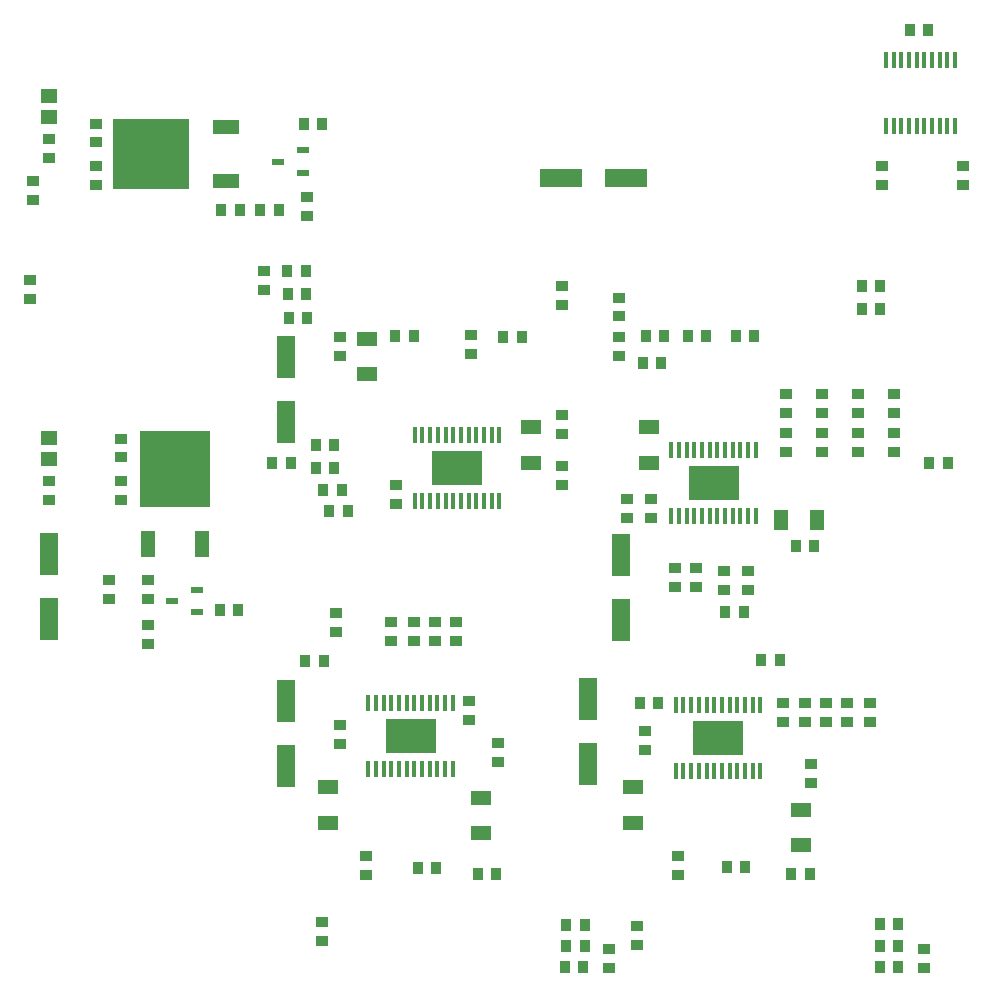
<source format=gtp>
G04 (created by PCBNEW (2013-05-18 BZR 4017)-stable) date Thu 09 Jul 2015 13:03:17 BST*
%MOIN*%
G04 Gerber Fmt 3.4, Leading zero omitted, Abs format*
%FSLAX34Y34*%
G01*
G70*
G90*
G04 APERTURE LIST*
%ADD10C,0.00590551*%
%ADD11R,0.0906X0.0512*%
%ADD12R,0.2559X0.2323*%
%ADD13R,0.0165X0.0579*%
%ADD14R,0.0394X0.0236*%
%ADD15R,0.0709X0.0453*%
%ADD16R,0.0374X0.0394*%
%ADD17R,0.0394X0.0374*%
%ADD18R,0.0512X0.0906*%
%ADD19R,0.2323X0.2559*%
%ADD20R,0.1417X0.063*%
%ADD21R,0.063X0.1417*%
%ADD22R,0.0571X0.0453*%
%ADD23R,0.1701X0.1181*%
%ADD24R,0.0453X0.0709*%
G04 APERTURE END LIST*
G54D10*
G54D11*
X41500Y-26400D03*
G54D12*
X39000Y-25500D03*
G54D11*
X41500Y-24600D03*
G54D13*
X64522Y-24552D03*
X64778Y-24552D03*
X65034Y-24552D03*
X65290Y-24552D03*
X63758Y-22350D03*
X63754Y-24552D03*
X64010Y-24552D03*
X64266Y-24552D03*
X65546Y-22348D03*
X65290Y-22348D03*
X65034Y-22348D03*
X64778Y-22348D03*
X64522Y-22348D03*
X64266Y-22348D03*
X65546Y-24552D03*
X64010Y-22350D03*
X63498Y-24552D03*
X65802Y-24552D03*
X65802Y-22348D03*
X63498Y-22348D03*
G54D14*
X40516Y-40775D03*
X39684Y-40400D03*
X40516Y-40025D03*
X44066Y-26125D03*
X43234Y-25750D03*
X44066Y-25375D03*
G54D15*
X51650Y-34609D03*
X51650Y-35791D03*
X46200Y-32841D03*
X46200Y-31659D03*
X44900Y-46609D03*
X44900Y-47791D03*
X50000Y-46959D03*
X50000Y-48141D03*
G54D16*
X53415Y-52600D03*
X52785Y-52600D03*
X45365Y-36700D03*
X44735Y-36700D03*
X43535Y-29400D03*
X44165Y-29400D03*
X64285Y-21350D03*
X64915Y-21350D03*
X41965Y-27350D03*
X41335Y-27350D03*
G54D17*
X35600Y-25615D03*
X35600Y-24985D03*
X35600Y-37015D03*
X35600Y-36385D03*
X37150Y-25885D03*
X37150Y-26515D03*
X38000Y-36385D03*
X38000Y-37015D03*
X38900Y-41815D03*
X38900Y-41185D03*
X44200Y-26935D03*
X44200Y-27565D03*
G54D16*
X41285Y-40700D03*
X41915Y-40700D03*
G54D17*
X38900Y-40315D03*
X38900Y-39685D03*
X47750Y-41715D03*
X47750Y-41085D03*
X47000Y-41085D03*
X47000Y-41715D03*
X50550Y-45135D03*
X50550Y-45765D03*
X45300Y-31585D03*
X45300Y-32215D03*
G54D16*
X44935Y-37400D03*
X45565Y-37400D03*
X43265Y-27350D03*
X42635Y-27350D03*
X43585Y-30950D03*
X44215Y-30950D03*
X53465Y-51200D03*
X52835Y-51200D03*
G54D17*
X63350Y-26515D03*
X63350Y-25885D03*
X38000Y-34985D03*
X38000Y-35600D03*
X37150Y-24485D03*
X37150Y-25100D03*
G54D16*
X44165Y-30150D03*
X43550Y-30150D03*
X52835Y-51900D03*
X53450Y-51900D03*
G54D18*
X38900Y-38500D03*
G54D19*
X39800Y-36000D03*
G54D18*
X40700Y-38500D03*
G54D20*
X52667Y-26300D03*
X54833Y-26300D03*
G54D21*
X43500Y-34433D03*
X43500Y-32267D03*
X43500Y-45883D03*
X43500Y-43717D03*
X35600Y-38817D03*
X35600Y-40983D03*
G54D22*
X35600Y-24254D03*
X35600Y-23546D03*
X35600Y-35654D03*
X35600Y-34946D03*
G54D16*
X43665Y-35800D03*
X43035Y-35800D03*
G54D17*
X45300Y-44535D03*
X45300Y-45165D03*
X52700Y-36515D03*
X52700Y-35885D03*
G54D16*
X44765Y-42400D03*
X44135Y-42400D03*
G54D17*
X54250Y-52615D03*
X54250Y-51985D03*
X42750Y-29385D03*
X42750Y-30015D03*
X66050Y-26515D03*
X66050Y-25885D03*
X52700Y-34185D03*
X52700Y-34815D03*
X48450Y-41715D03*
X48450Y-41085D03*
X49150Y-41715D03*
X49150Y-41085D03*
X45150Y-41415D03*
X45150Y-40785D03*
G54D16*
X45115Y-35200D03*
X44485Y-35200D03*
X45115Y-35950D03*
X44485Y-35950D03*
X49885Y-49500D03*
X50515Y-49500D03*
X48515Y-49300D03*
X47885Y-49300D03*
G54D17*
X46150Y-49515D03*
X46150Y-48885D03*
X44700Y-51715D03*
X44700Y-51085D03*
G54D16*
X47765Y-31550D03*
X47135Y-31550D03*
G54D17*
X49650Y-32165D03*
X49650Y-31535D03*
G54D16*
X50735Y-31600D03*
X51365Y-31600D03*
G54D17*
X52700Y-30515D03*
X52700Y-29885D03*
X47150Y-36535D03*
X47150Y-37165D03*
X49600Y-44365D03*
X49600Y-43735D03*
X37600Y-39685D03*
X37600Y-40315D03*
G54D16*
X44715Y-24500D03*
X44085Y-24500D03*
G54D17*
X60150Y-35415D03*
X60150Y-34800D03*
X61350Y-35415D03*
X61350Y-34800D03*
X62550Y-35415D03*
X62550Y-34800D03*
X63750Y-35415D03*
X63750Y-34800D03*
X60150Y-34115D03*
X60150Y-33485D03*
X61350Y-34115D03*
X61350Y-33485D03*
X62550Y-34115D03*
X62550Y-33485D03*
X63750Y-34115D03*
X63750Y-33485D03*
X35050Y-27015D03*
X35050Y-26385D03*
X34950Y-29685D03*
X34950Y-30315D03*
G54D13*
X49072Y-37052D03*
X49328Y-37052D03*
X49584Y-37052D03*
X49840Y-37052D03*
X48308Y-34850D03*
X48304Y-37052D03*
X48560Y-37052D03*
X48816Y-37052D03*
X50096Y-34848D03*
X49840Y-34848D03*
X49584Y-34848D03*
X49328Y-34848D03*
X49072Y-34848D03*
X48816Y-34848D03*
X50096Y-37052D03*
X48560Y-34850D03*
X48048Y-37052D03*
X50352Y-37052D03*
X50352Y-34848D03*
X48048Y-34848D03*
X47793Y-37052D03*
X50607Y-37052D03*
X50607Y-34848D03*
X47793Y-34848D03*
G54D23*
X49200Y-35950D03*
G54D13*
X47778Y-43798D03*
X47522Y-43798D03*
X47266Y-43798D03*
X47010Y-43798D03*
X48542Y-46000D03*
X48546Y-43798D03*
X48290Y-43798D03*
X48034Y-43798D03*
X46754Y-46002D03*
X47010Y-46002D03*
X47266Y-46002D03*
X47522Y-46002D03*
X47778Y-46002D03*
X48034Y-46002D03*
X46754Y-43798D03*
X48290Y-46000D03*
X48802Y-43798D03*
X46498Y-43798D03*
X46498Y-46002D03*
X48802Y-46002D03*
X49057Y-43798D03*
X46243Y-43798D03*
X46243Y-46002D03*
X49057Y-46002D03*
G54D23*
X47650Y-44900D03*
G54D13*
X58028Y-43848D03*
X57772Y-43848D03*
X57516Y-43848D03*
X57260Y-43848D03*
X58792Y-46050D03*
X58796Y-43848D03*
X58540Y-43848D03*
X58284Y-43848D03*
X57004Y-46052D03*
X57260Y-46052D03*
X57516Y-46052D03*
X57772Y-46052D03*
X58028Y-46052D03*
X58284Y-46052D03*
X57004Y-43848D03*
X58540Y-46050D03*
X59052Y-43848D03*
X56748Y-43848D03*
X56748Y-46052D03*
X59052Y-46052D03*
X59307Y-43848D03*
X56493Y-43848D03*
X56493Y-46052D03*
X59307Y-46052D03*
G54D23*
X57900Y-44950D03*
G54D13*
X57622Y-37552D03*
X57878Y-37552D03*
X58134Y-37552D03*
X58390Y-37552D03*
X56858Y-35350D03*
X56854Y-37552D03*
X57110Y-37552D03*
X57366Y-37552D03*
X58646Y-35348D03*
X58390Y-35348D03*
X58134Y-35348D03*
X57878Y-35348D03*
X57622Y-35348D03*
X57366Y-35348D03*
X58646Y-37552D03*
X57110Y-35350D03*
X56598Y-37552D03*
X58902Y-37552D03*
X58902Y-35348D03*
X56598Y-35348D03*
X56343Y-37552D03*
X59157Y-37552D03*
X59157Y-35348D03*
X56343Y-35348D03*
G54D23*
X57750Y-36450D03*
G54D15*
X55600Y-34609D03*
X55600Y-35791D03*
G54D24*
X61191Y-37700D03*
X60009Y-37700D03*
G54D15*
X60650Y-47359D03*
X60650Y-48541D03*
X55050Y-46609D03*
X55050Y-47791D03*
G54D17*
X62200Y-44415D03*
X62200Y-43785D03*
X62950Y-43785D03*
X62950Y-44415D03*
G54D16*
X64935Y-35800D03*
X65565Y-35800D03*
G54D17*
X58900Y-40015D03*
X58900Y-39385D03*
X58100Y-39385D03*
X58100Y-40015D03*
G54D21*
X54650Y-38867D03*
X54650Y-41033D03*
X53550Y-45833D03*
X53550Y-43667D03*
G54D16*
X61115Y-38550D03*
X60485Y-38550D03*
X58485Y-31550D03*
X59115Y-31550D03*
X62685Y-30650D03*
X63315Y-30650D03*
X63315Y-29900D03*
X62685Y-29900D03*
X60335Y-49500D03*
X60965Y-49500D03*
G54D17*
X57150Y-39285D03*
X57150Y-39915D03*
G54D16*
X58815Y-49250D03*
X58185Y-49250D03*
G54D17*
X56450Y-39285D03*
X56450Y-39915D03*
X56550Y-49515D03*
X56550Y-48885D03*
G54D16*
X58765Y-40750D03*
X58135Y-40750D03*
G54D17*
X55200Y-51865D03*
X55200Y-51235D03*
G54D16*
X59335Y-42350D03*
X59965Y-42350D03*
G54D17*
X60050Y-43785D03*
X60050Y-44415D03*
X60800Y-43785D03*
X60800Y-44415D03*
X55650Y-36985D03*
X55650Y-37615D03*
X61500Y-43785D03*
X61500Y-44415D03*
X55450Y-44735D03*
X55450Y-45365D03*
X54850Y-36985D03*
X54850Y-37615D03*
G54D16*
X57515Y-31550D03*
X56885Y-31550D03*
X55915Y-43800D03*
X55285Y-43800D03*
G54D17*
X61000Y-45835D03*
X61000Y-46465D03*
G54D16*
X63915Y-51150D03*
X63285Y-51150D03*
G54D17*
X54600Y-31585D03*
X54600Y-32215D03*
G54D16*
X56015Y-32450D03*
X55385Y-32450D03*
X63915Y-52600D03*
X63285Y-52600D03*
X63285Y-51900D03*
X63900Y-51900D03*
G54D17*
X54600Y-30285D03*
X54600Y-30900D03*
G54D16*
X55485Y-31550D03*
X56115Y-31550D03*
G54D17*
X64750Y-52615D03*
X64750Y-51985D03*
M02*

</source>
